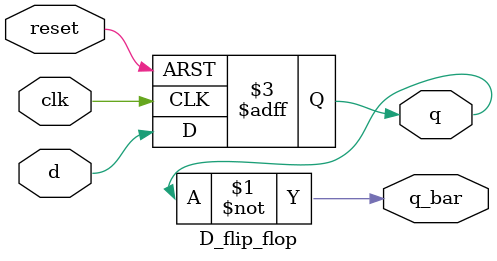
<source format=v>
`timescale 1ns / 1ps


module D_flip_flop(
    input clk,
	 input reset,
    input d,
    output reg q,
	 output q_bar
    );

assign q_bar=~q;

always @ (posedge clk or posedge reset)  
       if (reset)  
          q <= 0;  
       else  
          q <= d;  



endmodule

</source>
